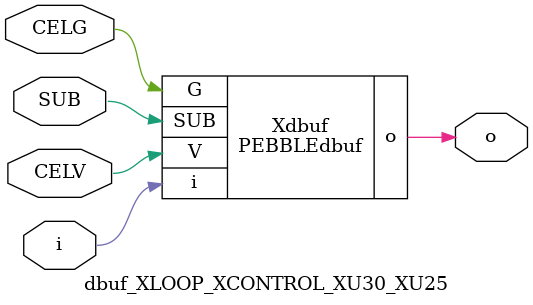
<source format=v>



module PEBBLEdbuf ( o, G, SUB, V, i );

  input V;
  input i;
  input G;
  output o;
  input SUB;
endmodule

//Celera Confidential Do Not Copy dbuf_XLOOP_XCONTROL_XU30_XU25
//Celera Confidential Symbol Generator
//Digital Buffer
module dbuf_XLOOP_XCONTROL_XU30_XU25 (CELV,CELG,i,o,SUB);
input CELV;
input CELG;
input i;
input SUB;
output o;

//Celera Confidential Do Not Copy dbuf
PEBBLEdbuf Xdbuf(
.V (CELV),
.i (i),
.o (o),
.SUB (SUB),
.G (CELG)
);
//,diesize,PEBBLEdbuf

//Celera Confidential Do Not Copy Module End
//Celera Schematic Generator
endmodule

</source>
